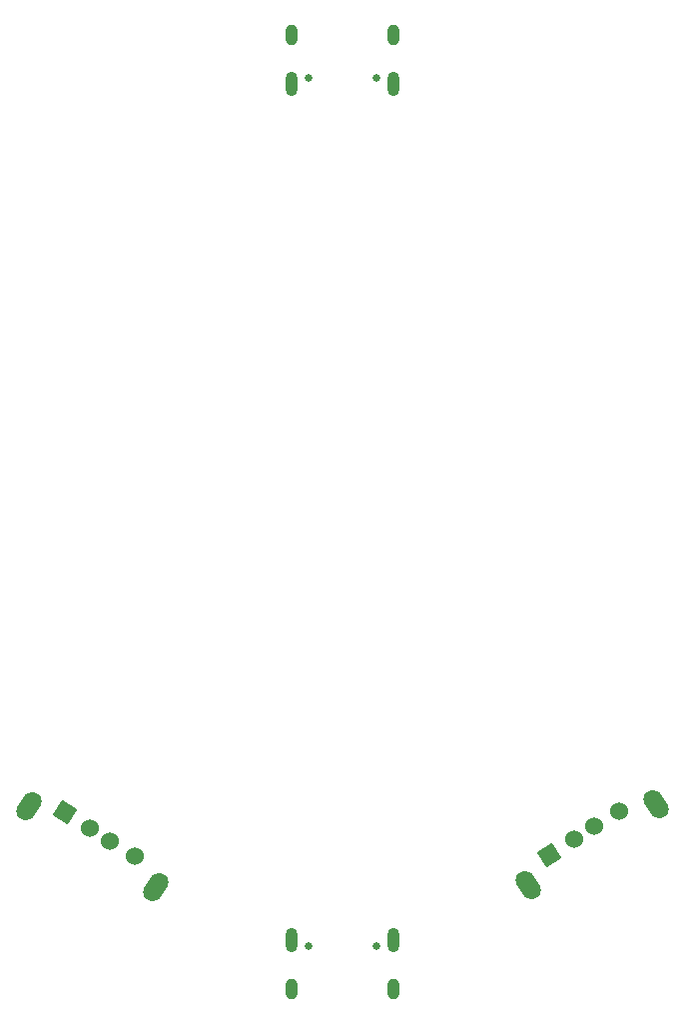
<source format=gbr>
%TF.GenerationSoftware,KiCad,Pcbnew,(6.0.8)*%
%TF.CreationDate,2022-12-20T01:42:36-08:00*%
%TF.ProjectId,Anduril USB Hub,416e6475-7269-46c2-9055-534220487562,rev?*%
%TF.SameCoordinates,Original*%
%TF.FileFunction,Soldermask,Bot*%
%TF.FilePolarity,Negative*%
%FSLAX46Y46*%
G04 Gerber Fmt 4.6, Leading zero omitted, Abs format (unit mm)*
G04 Created by KiCad (PCBNEW (6.0.8)) date 2022-12-20 01:42:36*
%MOMM*%
%LPD*%
G01*
G04 APERTURE LIST*
G04 Aperture macros list*
%AMHorizOval*
0 Thick line with rounded ends*
0 $1 width*
0 $2 $3 position (X,Y) of the first rounded end (center of the circle)*
0 $4 $5 position (X,Y) of the second rounded end (center of the circle)*
0 Add line between two ends*
20,1,$1,$2,$3,$4,$5,0*
0 Add two circle primitives to create the rounded ends*
1,1,$1,$2,$3*
1,1,$1,$4,$5*%
%AMRotRect*
0 Rectangle, with rotation*
0 The origin of the aperture is its center*
0 $1 length*
0 $2 width*
0 $3 Rotation angle, in degrees counterclockwise*
0 Add horizontal line*
21,1,$1,$2,0,0,$3*%
G04 Aperture macros list end*
%ADD10RotRect,1.524000X1.524000X32.500000*%
%ADD11C,1.524000*%
%ADD12HorizOval,1.600000X-0.268650X0.421696X0.268650X-0.421696X0*%
%ADD13C,0.650000*%
%ADD14O,1.000000X2.100000*%
%ADD15O,1.000000X1.800000*%
%ADD16RotRect,1.524000X1.524000X327.500000*%
%ADD17HorizOval,1.600000X-0.268650X-0.421696X0.268650X0.421696X0*%
G04 APERTURE END LIST*
D10*
%TO.C,J4*%
X129968048Y-102118948D03*
D11*
X132076527Y-100775699D03*
X133763310Y-99701100D03*
X135871788Y-98357851D03*
D12*
X138962383Y-97811752D03*
X128166972Y-104689187D03*
%TD*%
D13*
%TO.C,J3*%
X115278342Y-109806379D03*
X109498342Y-109806379D03*
D14*
X116708342Y-109276379D03*
X108068342Y-109276379D03*
D15*
X108068342Y-113456379D03*
X116708342Y-113456379D03*
%TD*%
D16*
%TO.C,J2*%
X88904897Y-98473916D03*
D11*
X91013376Y-99817165D03*
X92700159Y-100891764D03*
X94808637Y-102235013D03*
D17*
X85814302Y-97927817D03*
X96609713Y-104805252D03*
%TD*%
D13*
%TO.C,J1*%
X109498342Y-36256379D03*
X115278342Y-36256379D03*
D15*
X116708342Y-32606379D03*
D14*
X116708342Y-36786379D03*
X108068342Y-36786379D03*
D15*
X108068342Y-32606379D03*
%TD*%
M02*

</source>
